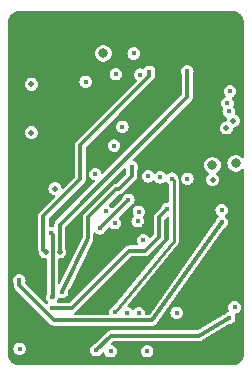
<source format=gbr>
%TF.GenerationSoftware,KiCad,Pcbnew,8.0.4*%
%TF.CreationDate,2024-09-10T15:11:46+03:00*%
%TF.ProjectId,micro17,6d696372-6f31-4372-9e6b-696361645f70,rev?*%
%TF.SameCoordinates,Original*%
%TF.FileFunction,Copper,L3,Inr*%
%TF.FilePolarity,Positive*%
%FSLAX46Y46*%
G04 Gerber Fmt 4.6, Leading zero omitted, Abs format (unit mm)*
G04 Created by KiCad (PCBNEW 8.0.4) date 2024-09-10 15:11:46*
%MOMM*%
%LPD*%
G01*
G04 APERTURE LIST*
%TA.AperFunction,ViaPad*%
%ADD10C,0.500000*%
%TD*%
%TA.AperFunction,ViaPad*%
%ADD11C,0.450000*%
%TD*%
%TA.AperFunction,ViaPad*%
%ADD12C,0.800000*%
%TD*%
%TA.AperFunction,Conductor*%
%ADD13C,0.300000*%
%TD*%
%TA.AperFunction,Conductor*%
%ADD14C,0.250000*%
%TD*%
G04 APERTURE END LIST*
D10*
%TO.N,GND*%
X185000000Y-51000000D03*
X185000000Y-53000000D03*
D11*
X182400000Y-79720108D03*
D10*
X180600000Y-61000000D03*
D11*
X188500000Y-57700000D03*
D10*
X199400000Y-52072500D03*
X181000000Y-51000000D03*
D11*
X192000000Y-57500000D03*
X197300000Y-72000000D03*
D10*
X180600000Y-63000000D03*
D11*
X194000000Y-61500000D03*
D10*
X181000000Y-55000000D03*
D11*
X186500000Y-79300000D03*
D10*
X180750000Y-70000000D03*
D11*
X199700000Y-58800000D03*
X199750000Y-68000000D03*
X192000000Y-59500000D03*
D10*
X199100000Y-79100000D03*
D11*
X191000000Y-71900000D03*
D10*
X185500000Y-55000000D03*
D11*
X182800000Y-65200000D03*
X199500000Y-66300000D03*
X194000000Y-57300000D03*
D10*
X188600000Y-69400000D03*
X181000000Y-74400000D03*
X180600000Y-59000000D03*
D11*
X197800000Y-78400000D03*
D10*
X180700000Y-68500000D03*
D12*
X184900000Y-60700000D03*
D11*
X196200000Y-78800000D03*
X189750000Y-79750000D03*
X189100000Y-64500000D03*
X186100000Y-68400000D03*
X182960000Y-60300000D03*
X187250000Y-79750000D03*
X196000000Y-59500000D03*
X185600000Y-59500000D03*
X196000000Y-61500000D03*
D10*
X198280000Y-53600000D03*
D11*
X190300000Y-55300000D03*
X191507567Y-68206053D03*
D10*
X197800000Y-65900000D03*
D11*
X192000000Y-61500000D03*
D10*
X183960000Y-61000000D03*
D11*
X199500000Y-76250000D03*
X198800000Y-54600000D03*
D10*
X182400000Y-76000000D03*
X183000000Y-73000000D03*
D11*
X199500000Y-65300000D03*
D10*
X181000000Y-53000000D03*
X182400000Y-70400000D03*
X183000000Y-53000000D03*
D11*
X193250000Y-79500000D03*
D10*
X180600000Y-57000000D03*
X197100000Y-72900000D03*
D11*
X194800000Y-65900000D03*
D10*
X183000000Y-51000000D03*
X180600000Y-65000000D03*
X186500000Y-55000000D03*
D11*
X196250000Y-75750000D03*
%TO.N,+3V3*%
X191200000Y-55400000D03*
X198820000Y-56800000D03*
D10*
X182000000Y-56200000D03*
X197350000Y-64290000D03*
D11*
X183650000Y-68800000D03*
D12*
X188100000Y-53600000D03*
D11*
X183750000Y-74250000D03*
%TO.N,VDDA*%
X195200000Y-64200000D03*
X187400000Y-63800000D03*
X191475000Y-69397760D03*
%TO.N,+5V*%
X198100000Y-66850000D03*
X189067678Y-67967678D03*
X194300000Y-75550000D03*
D10*
X182000000Y-60300000D03*
D11*
%TO.N,Net-(U4B-+)*%
X191000000Y-67800000D03*
X188301409Y-66976409D03*
%TO.N,/MCU/~{RST}*%
X190660000Y-53600000D03*
X189700000Y-59800000D03*
%TO.N,Net-(C16-Pad2)*%
X190200000Y-66000000D03*
X187800000Y-68400000D03*
%TO.N,Net-(U5A-P0A)*%
X183740793Y-75177619D03*
X193501316Y-66750000D03*
%TO.N,Net-(U5B-P1A)*%
X180975000Y-72800000D03*
X198100000Y-67900000D03*
D12*
%TO.N,USART3_RX*%
X197331041Y-63068959D03*
D11*
%TO.N,Net-(U5C-P2W)*%
X187500000Y-78725002D03*
X198750000Y-76000000D03*
%TO.N,I2C_SDA*%
X191974992Y-55147670D03*
D10*
X183200000Y-70400000D03*
D11*
%TO.N,PTT_OUT*%
X191900000Y-64000000D03*
%TO.N,AUDIO_OUT_MUTE*%
X189079841Y-75520159D03*
X193900000Y-64200000D03*
%TO.N,BASEBAND_IN_FILT*%
X189000000Y-61400000D03*
X191100000Y-67000000D03*
%TO.N,BASEBAND_OUT*%
X190500000Y-63200000D03*
X184600000Y-73800000D03*
%TO.N,I2C_SCL*%
X195200000Y-55100000D03*
D10*
X184400000Y-70400000D03*
D11*
%TO.N,AUDIO_OUT_FILT*%
X181000000Y-78597151D03*
X191800000Y-78800000D03*
%TO.N,BASEBAND_IN*%
X188700000Y-78800000D03*
%TO.N,BASEBAND_OUT_FILT*%
X191099724Y-75575719D03*
%TO.N,AUDIO_IN*%
X199200000Y-75100000D03*
X190101511Y-75575826D03*
%TO.N,PTT_IN*%
X186600000Y-56000000D03*
D10*
%TO.N,MCU_TX*%
X198500000Y-59900000D03*
%TO.N,MCU_RX*%
X199100000Y-59300000D03*
D11*
%TO.N,BASEBAND_BYPASS*%
X192906587Y-64093413D03*
D10*
%TO.N,+5VD*%
X184000000Y-65037501D03*
D11*
%TO.N,Net-(U1-VBAT)*%
X189150000Y-55350000D03*
%TO.N,USB_DP*%
X198600000Y-57800000D03*
%TO.N,USB_DN*%
X198700000Y-58500000D03*
D12*
%TO.N,Net-(R30-Pad2)*%
X199300000Y-62900000D03*
%TD*%
D13*
%TO.N,+3V3*%
X183750000Y-74250000D02*
X183800000Y-74200000D01*
X183800000Y-68950000D02*
X183650000Y-68800000D01*
X183800000Y-74200000D02*
X183800000Y-68950000D01*
%TO.N,Net-(C16-Pad2)*%
X190200000Y-66022182D02*
X190200000Y-66000000D01*
X187822182Y-68400000D02*
X190200000Y-66022182D01*
X187800000Y-68400000D02*
X187822182Y-68400000D01*
%TO.N,Net-(U5A-P0A)*%
X192800000Y-67451316D02*
X193501316Y-66750000D01*
X191650000Y-70300000D02*
X192800000Y-69150000D01*
X190300000Y-70300000D02*
X191650000Y-70300000D01*
X183740793Y-75177619D02*
X185422381Y-75177619D01*
X192800000Y-69150000D02*
X192800000Y-67451316D01*
X185422381Y-75177619D02*
X190300000Y-70300000D01*
%TO.N,Net-(U5B-P1A)*%
X180975000Y-73225000D02*
X183950000Y-76200000D01*
X192250000Y-76200000D02*
X198100000Y-67900000D01*
X180975000Y-72800000D02*
X180975000Y-73225000D01*
X183950000Y-76200000D02*
X192250000Y-76200000D01*
%TO.N,Net-(U5C-P2W)*%
X196200000Y-77500000D02*
X188725002Y-77500000D01*
X198750000Y-76000000D02*
X196200000Y-77500000D01*
X188725002Y-77500000D02*
X187500000Y-78725002D01*
%TO.N,I2C_SDA*%
X186150000Y-64236827D02*
X186150000Y-61350000D01*
X186150000Y-61350000D02*
X191974992Y-55525008D01*
X183000000Y-70200000D02*
X183000000Y-67386827D01*
X183000000Y-67386827D02*
X186150000Y-64236827D01*
X183200000Y-70400000D02*
X183000000Y-70200000D01*
X191974992Y-55525008D02*
X191974992Y-55147670D01*
D14*
%TO.N,AUDIO_OUT_MUTE*%
X194051316Y-64351316D02*
X194051316Y-69500000D01*
X194051316Y-69500000D02*
X189079841Y-75520159D01*
X193900000Y-64200000D02*
X194051316Y-64351316D01*
D13*
%TO.N,BASEBAND_OUT*%
X189425000Y-65075000D02*
X190500000Y-64000000D01*
X186800000Y-69250000D02*
X186800000Y-67477818D01*
X189202818Y-65075000D02*
X189425000Y-65075000D01*
X184600000Y-73800000D02*
X186800000Y-69250000D01*
X190500000Y-64000000D02*
X190500000Y-63200000D01*
X186800000Y-67477818D02*
X189202818Y-65075000D01*
%TO.N,I2C_SCL*%
X184400000Y-70400000D02*
X184400000Y-68100000D01*
X195200000Y-57300000D02*
X195200000Y-55100000D01*
X184400000Y-68100000D02*
X195200000Y-57300000D01*
%TD*%
%TA.AperFunction,Conductor*%
%TO.N,GND*%
G36*
X193566301Y-67428633D02*
G01*
X193613936Y-67476268D01*
X193625816Y-67525753D01*
X193625816Y-69307830D01*
X193604999Y-69371899D01*
X193600862Y-69377236D01*
X188972305Y-74982142D01*
X188929972Y-75013439D01*
X188814821Y-75061136D01*
X188705055Y-75145363D01*
X188705045Y-75145373D01*
X188620817Y-75255140D01*
X188567867Y-75382973D01*
X188567865Y-75382980D01*
X188549806Y-75520156D01*
X188549806Y-75520161D01*
X188563776Y-75626272D01*
X188551500Y-75692510D01*
X188502635Y-75738882D01*
X188455709Y-75749500D01*
X185739646Y-75749500D01*
X185675577Y-75728683D01*
X185635981Y-75674183D01*
X185635981Y-75606817D01*
X185675577Y-75552317D01*
X185685139Y-75546107D01*
X185698995Y-75538108D01*
X190454678Y-70782425D01*
X190514702Y-70751842D01*
X190531753Y-70750500D01*
X191709308Y-70750500D01*
X191709309Y-70750500D01*
X191799673Y-70726286D01*
X191823887Y-70719799D01*
X191926614Y-70660489D01*
X193160490Y-69426614D01*
X193219799Y-69323886D01*
X193226508Y-69298847D01*
X193250500Y-69209309D01*
X193250500Y-67683069D01*
X193271317Y-67619000D01*
X193282425Y-67605994D01*
X193439741Y-67448678D01*
X193499765Y-67418095D01*
X193566301Y-67428633D01*
G37*
%TD.AperFunction*%
%TA.AperFunction,Conductor*%
G36*
X189944140Y-63299476D02*
G01*
X189991775Y-63347111D01*
X189995356Y-63354880D01*
X190012755Y-63396886D01*
X190041203Y-63465566D01*
X190049500Y-63507278D01*
X190049500Y-63768246D01*
X190028683Y-63832315D01*
X190017575Y-63845321D01*
X189270322Y-64592575D01*
X189210298Y-64623158D01*
X189193247Y-64624500D01*
X189143509Y-64624500D01*
X189053144Y-64648713D01*
X189028931Y-64655200D01*
X188926206Y-64714508D01*
X186439510Y-67201205D01*
X186380202Y-67303927D01*
X186374573Y-67324937D01*
X186349500Y-67418507D01*
X186349500Y-69121833D01*
X186338631Y-69169281D01*
X184457631Y-73059530D01*
X184411000Y-73108148D01*
X184344698Y-73120072D01*
X184284050Y-73090748D01*
X184252221Y-73031376D01*
X184250500Y-73012082D01*
X184250500Y-71059858D01*
X184271317Y-70995789D01*
X184325817Y-70956193D01*
X184373727Y-70951791D01*
X184391855Y-70954177D01*
X184399999Y-70955250D01*
X184400000Y-70955250D01*
X184400003Y-70955250D01*
X184543704Y-70936331D01*
X184543706Y-70936330D01*
X184543709Y-70936330D01*
X184677625Y-70880861D01*
X184792621Y-70792621D01*
X184880861Y-70677625D01*
X184936330Y-70543709D01*
X184938178Y-70529677D01*
X184955250Y-70400002D01*
X184955250Y-70399997D01*
X184936331Y-70256295D01*
X184936329Y-70256288D01*
X184920083Y-70217067D01*
X184880861Y-70122375D01*
X184873023Y-70112160D01*
X184850537Y-70048657D01*
X184850500Y-70045807D01*
X184850500Y-68331752D01*
X184871317Y-68267683D01*
X184882419Y-68254683D01*
X189817582Y-63319519D01*
X189877604Y-63288938D01*
X189944140Y-63299476D01*
G37*
%TD.AperFunction*%
%TA.AperFunction,Conductor*%
G36*
X198975829Y-50000002D02*
G01*
X198976531Y-50000006D01*
X198999418Y-50000146D01*
X199000525Y-50000159D01*
X199024479Y-50000599D01*
X199024500Y-50000600D01*
X199046812Y-50001147D01*
X199051434Y-50001359D01*
X199093355Y-50004191D01*
X199102646Y-50005222D01*
X199144141Y-50011636D01*
X199148714Y-50012444D01*
X199192022Y-50021059D01*
X199197191Y-50022219D01*
X199284397Y-50044063D01*
X199294633Y-50047168D01*
X199376725Y-50076542D01*
X199386585Y-50080626D01*
X199465425Y-50117914D01*
X199474850Y-50122953D01*
X199549641Y-50167781D01*
X199558535Y-50173723D01*
X199628569Y-50225663D01*
X199636825Y-50232439D01*
X199701453Y-50291014D01*
X199708985Y-50298546D01*
X199767558Y-50363171D01*
X199774336Y-50371430D01*
X199826276Y-50441463D01*
X199832217Y-50450355D01*
X199877050Y-50525154D01*
X199882086Y-50534575D01*
X199919370Y-50613407D01*
X199923463Y-50623289D01*
X199952830Y-50705365D01*
X199955936Y-50715602D01*
X199977777Y-50802798D01*
X199978949Y-50808017D01*
X199987549Y-50851252D01*
X199988363Y-50855863D01*
X199994776Y-50897343D01*
X199995808Y-50906648D01*
X199998639Y-50948543D01*
X199998854Y-50953226D01*
X199999388Y-50975054D01*
X199999403Y-50975715D01*
X199999838Y-50999361D01*
X199999854Y-51000697D01*
X199999998Y-51024166D01*
X200000000Y-51024835D01*
X200000000Y-62342099D01*
X199979183Y-62406168D01*
X199924683Y-62445764D01*
X199857317Y-62445764D01*
X199818720Y-62423687D01*
X199726625Y-62342099D01*
X199700852Y-62319266D01*
X199700850Y-62319265D01*
X199700849Y-62319264D01*
X199550226Y-62240210D01*
X199385057Y-62199500D01*
X199385056Y-62199500D01*
X199214944Y-62199500D01*
X199214942Y-62199500D01*
X199049773Y-62240210D01*
X198899150Y-62319264D01*
X198899143Y-62319270D01*
X198771816Y-62432071D01*
X198771815Y-62432072D01*
X198675184Y-62572065D01*
X198675180Y-62572072D01*
X198614859Y-62731128D01*
X198614858Y-62731131D01*
X198594355Y-62899997D01*
X198594355Y-62900002D01*
X198614858Y-63068868D01*
X198614859Y-63068871D01*
X198675180Y-63227927D01*
X198675184Y-63227934D01*
X198771815Y-63367927D01*
X198771816Y-63367928D01*
X198771817Y-63367929D01*
X198899148Y-63480734D01*
X199049775Y-63559790D01*
X199214944Y-63600500D01*
X199214945Y-63600500D01*
X199385055Y-63600500D01*
X199385056Y-63600500D01*
X199550225Y-63559790D01*
X199700852Y-63480734D01*
X199818721Y-63376311D01*
X199880480Y-63349409D01*
X199946259Y-63363945D01*
X199990930Y-63414369D01*
X200000000Y-63457900D01*
X200000000Y-78975164D01*
X199999998Y-78975833D01*
X199999854Y-78999302D01*
X199999838Y-79000638D01*
X199999403Y-79024284D01*
X199999388Y-79024945D01*
X199998854Y-79046773D01*
X199998639Y-79051456D01*
X199995808Y-79093351D01*
X199994776Y-79102656D01*
X199988363Y-79144136D01*
X199987549Y-79148747D01*
X199978949Y-79191982D01*
X199977777Y-79197201D01*
X199955936Y-79284397D01*
X199952830Y-79294634D01*
X199923463Y-79376710D01*
X199919370Y-79386593D01*
X199882089Y-79465417D01*
X199877046Y-79474850D01*
X199832218Y-79549641D01*
X199826276Y-79558535D01*
X199774336Y-79628569D01*
X199767550Y-79636838D01*
X199709001Y-79701437D01*
X199701442Y-79708995D01*
X199636838Y-79767550D01*
X199628569Y-79774336D01*
X199558535Y-79826276D01*
X199549641Y-79832218D01*
X199474850Y-79877046D01*
X199465417Y-79882089D01*
X199386593Y-79919370D01*
X199376710Y-79923463D01*
X199294634Y-79952830D01*
X199284397Y-79955936D01*
X199197201Y-79977777D01*
X199191982Y-79978949D01*
X199148747Y-79987549D01*
X199144136Y-79988363D01*
X199102656Y-79994776D01*
X199093351Y-79995808D01*
X199051456Y-79998639D01*
X199046773Y-79998854D01*
X199024945Y-79999388D01*
X199024284Y-79999403D01*
X199000638Y-79999838D01*
X198999302Y-79999854D01*
X198976596Y-79999993D01*
X198975831Y-79999998D01*
X198975165Y-80000000D01*
X181024835Y-80000000D01*
X181024168Y-79999998D01*
X181023385Y-79999993D01*
X181000697Y-79999854D01*
X180999361Y-79999838D01*
X180975715Y-79999403D01*
X180975054Y-79999388D01*
X180953226Y-79998854D01*
X180948543Y-79998639D01*
X180906648Y-79995808D01*
X180897343Y-79994776D01*
X180855863Y-79988363D01*
X180851252Y-79987549D01*
X180840735Y-79985457D01*
X180808007Y-79978946D01*
X180802798Y-79977777D01*
X180715602Y-79955936D01*
X180705365Y-79952830D01*
X180623289Y-79923463D01*
X180613411Y-79919372D01*
X180534582Y-79882089D01*
X180525149Y-79877047D01*
X180450361Y-79832221D01*
X180441468Y-79826278D01*
X180371431Y-79774336D01*
X180363171Y-79767558D01*
X180298546Y-79708985D01*
X180291014Y-79701453D01*
X180232439Y-79636825D01*
X180225663Y-79628569D01*
X180173723Y-79558535D01*
X180167781Y-79549641D01*
X180122953Y-79474850D01*
X180117914Y-79465425D01*
X180080626Y-79386585D01*
X180076541Y-79376721D01*
X180047168Y-79294630D01*
X180044062Y-79284393D01*
X180037707Y-79259023D01*
X180022219Y-79197191D01*
X180021059Y-79192022D01*
X180012444Y-79148714D01*
X180011636Y-79144136D01*
X180009016Y-79127186D01*
X180005222Y-79102646D01*
X180004191Y-79093355D01*
X180001359Y-79051434D01*
X180001147Y-79046812D01*
X180000600Y-79024487D01*
X180000159Y-79000525D01*
X180000146Y-78999418D01*
X180000002Y-78975828D01*
X180000000Y-78975164D01*
X180000000Y-78597148D01*
X180469965Y-78597148D01*
X180469965Y-78597153D01*
X180488024Y-78734329D01*
X180488026Y-78734336D01*
X180540974Y-78862165D01*
X180540976Y-78862169D01*
X180598538Y-78937185D01*
X180625209Y-78971942D01*
X180734982Y-79056175D01*
X180798899Y-79082650D01*
X180862814Y-79109124D01*
X180862821Y-79109126D01*
X180999997Y-79127186D01*
X181000000Y-79127186D01*
X181000003Y-79127186D01*
X181137178Y-79109126D01*
X181137180Y-79109125D01*
X181137183Y-79109125D01*
X181265018Y-79056175D01*
X181374791Y-78971942D01*
X181459024Y-78862169D01*
X181511974Y-78734334D01*
X181513203Y-78725004D01*
X181513204Y-78724999D01*
X186969965Y-78724999D01*
X186969965Y-78725004D01*
X186988024Y-78862180D01*
X186988026Y-78862187D01*
X187040974Y-78990016D01*
X187040976Y-78990020D01*
X187120265Y-79093351D01*
X187125209Y-79099793D01*
X187125213Y-79099796D01*
X187125214Y-79099797D01*
X187137372Y-79109126D01*
X187234982Y-79184026D01*
X187266766Y-79197191D01*
X187362814Y-79236975D01*
X187362821Y-79236977D01*
X187499997Y-79255037D01*
X187500000Y-79255037D01*
X187500003Y-79255037D01*
X187637178Y-79236977D01*
X187637180Y-79236976D01*
X187637183Y-79236976D01*
X187765018Y-79184026D01*
X187874791Y-79099793D01*
X187959024Y-78990020D01*
X187983791Y-78930225D01*
X188027539Y-78879001D01*
X188093043Y-78863274D01*
X188155281Y-78889052D01*
X188182295Y-78931824D01*
X188185292Y-78930583D01*
X188240974Y-79065014D01*
X188240976Y-79065018D01*
X188267655Y-79099787D01*
X188325209Y-79174791D01*
X188325213Y-79174794D01*
X188325214Y-79174795D01*
X188354401Y-79197191D01*
X188434982Y-79259024D01*
X188496229Y-79284393D01*
X188562814Y-79311973D01*
X188562821Y-79311975D01*
X188699997Y-79330035D01*
X188700000Y-79330035D01*
X188700003Y-79330035D01*
X188837178Y-79311975D01*
X188837180Y-79311974D01*
X188837183Y-79311974D01*
X188965018Y-79259024D01*
X189074791Y-79174791D01*
X189159024Y-79065018D01*
X189211974Y-78937183D01*
X189230035Y-78800000D01*
X189230035Y-78799997D01*
X191269965Y-78799997D01*
X191269965Y-78800002D01*
X191288024Y-78937178D01*
X191288026Y-78937185D01*
X191340974Y-79065014D01*
X191340976Y-79065018D01*
X191367655Y-79099787D01*
X191425209Y-79174791D01*
X191425213Y-79174794D01*
X191425214Y-79174795D01*
X191454401Y-79197191D01*
X191534982Y-79259024D01*
X191596229Y-79284393D01*
X191662814Y-79311973D01*
X191662821Y-79311975D01*
X191799997Y-79330035D01*
X191800000Y-79330035D01*
X191800003Y-79330035D01*
X191937178Y-79311975D01*
X191937180Y-79311974D01*
X191937183Y-79311974D01*
X192065018Y-79259024D01*
X192174791Y-79174791D01*
X192259024Y-79065018D01*
X192311974Y-78937183D01*
X192330035Y-78800000D01*
X192321389Y-78734329D01*
X192311975Y-78662821D01*
X192311973Y-78662814D01*
X192259023Y-78534981D01*
X192174795Y-78425214D01*
X192174794Y-78425213D01*
X192174791Y-78425209D01*
X192174786Y-78425205D01*
X192174785Y-78425204D01*
X192065018Y-78340976D01*
X192065014Y-78340974D01*
X191937185Y-78288026D01*
X191937178Y-78288024D01*
X191800003Y-78269965D01*
X191799997Y-78269965D01*
X191662821Y-78288024D01*
X191662814Y-78288026D01*
X191534981Y-78340976D01*
X191425214Y-78425204D01*
X191425204Y-78425214D01*
X191340976Y-78534981D01*
X191288026Y-78662814D01*
X191288024Y-78662821D01*
X191269965Y-78799997D01*
X189230035Y-78799997D01*
X189221389Y-78734329D01*
X189211975Y-78662821D01*
X189211973Y-78662814D01*
X189159023Y-78534981D01*
X189074795Y-78425214D01*
X189074794Y-78425213D01*
X189074791Y-78425209D01*
X189074786Y-78425205D01*
X189074785Y-78425204D01*
X188965018Y-78340976D01*
X188965014Y-78340974D01*
X188837185Y-78288026D01*
X188837177Y-78288024D01*
X188823827Y-78286267D01*
X188763023Y-78257266D01*
X188730879Y-78198064D01*
X188739672Y-78131274D01*
X188760980Y-78101125D01*
X188879681Y-77982425D01*
X188939704Y-77951842D01*
X188956755Y-77950500D01*
X196133878Y-77950500D01*
X196141799Y-77950986D01*
X196144350Y-77950965D01*
X196144353Y-77950966D01*
X196201258Y-77950503D01*
X196202143Y-77950500D01*
X196259412Y-77950500D01*
X196260748Y-77950313D01*
X196261633Y-77950193D01*
X196262874Y-77950029D01*
X196262968Y-77950003D01*
X196318073Y-77934755D01*
X196318541Y-77934627D01*
X196373886Y-77919799D01*
X196373892Y-77919795D01*
X196373987Y-77919770D01*
X196375144Y-77919281D01*
X196375948Y-77918944D01*
X196377199Y-77918425D01*
X196377286Y-77918373D01*
X196377292Y-77918372D01*
X196426722Y-77889294D01*
X196427101Y-77889074D01*
X196476613Y-77860489D01*
X196476612Y-77860489D01*
X196478827Y-77859211D01*
X196485408Y-77854773D01*
X198714768Y-76543385D01*
X198755798Y-76529271D01*
X198887183Y-76511974D01*
X199015018Y-76459024D01*
X199124791Y-76374791D01*
X199209024Y-76265018D01*
X199261974Y-76137183D01*
X199280035Y-76000000D01*
X199270134Y-75924795D01*
X199261975Y-75862821D01*
X199261974Y-75862817D01*
X199242175Y-75815018D01*
X199221693Y-75765570D01*
X199216409Y-75698416D01*
X199251607Y-75640977D01*
X199308167Y-75615794D01*
X199337183Y-75611974D01*
X199465018Y-75559024D01*
X199574791Y-75474791D01*
X199659024Y-75365018D01*
X199711974Y-75237183D01*
X199716733Y-75201040D01*
X199730035Y-75100002D01*
X199730035Y-75099997D01*
X199711975Y-74962821D01*
X199711973Y-74962814D01*
X199661933Y-74842007D01*
X199659024Y-74834983D01*
X199659023Y-74834982D01*
X199659023Y-74834981D01*
X199574795Y-74725214D01*
X199574794Y-74725213D01*
X199574791Y-74725209D01*
X199574786Y-74725205D01*
X199574785Y-74725204D01*
X199465018Y-74640976D01*
X199465014Y-74640974D01*
X199337185Y-74588026D01*
X199337178Y-74588024D01*
X199200003Y-74569965D01*
X199199997Y-74569965D01*
X199062821Y-74588024D01*
X199062814Y-74588026D01*
X198934981Y-74640976D01*
X198825214Y-74725204D01*
X198825204Y-74725214D01*
X198740976Y-74834981D01*
X198688026Y-74962814D01*
X198688024Y-74962821D01*
X198669965Y-75099997D01*
X198669965Y-75100002D01*
X198688024Y-75237178D01*
X198688026Y-75237185D01*
X198728304Y-75334426D01*
X198733589Y-75401585D01*
X198698390Y-75459023D01*
X198641831Y-75484205D01*
X198612821Y-75488025D01*
X198612814Y-75488026D01*
X198484981Y-75540976D01*
X198375214Y-75625204D01*
X198375204Y-75625214D01*
X198286627Y-75740650D01*
X198284590Y-75739086D01*
X198255397Y-75768280D01*
X196102907Y-77034451D01*
X196047642Y-77049500D01*
X188665689Y-77049500D01*
X188551119Y-77080199D01*
X188551116Y-77080201D01*
X188507698Y-77105268D01*
X188507696Y-77105268D01*
X188448389Y-77139510D01*
X187398723Y-78189174D01*
X187363361Y-78212802D01*
X187234980Y-78265979D01*
X187125214Y-78350206D01*
X187125204Y-78350216D01*
X187040976Y-78459983D01*
X186988026Y-78587816D01*
X186988024Y-78587823D01*
X186969965Y-78724999D01*
X181513204Y-78724999D01*
X181530035Y-78597153D01*
X181530035Y-78597148D01*
X181511975Y-78459972D01*
X181511973Y-78459965D01*
X181466512Y-78350211D01*
X181459024Y-78332134D01*
X181459023Y-78332133D01*
X181459023Y-78332132D01*
X181374795Y-78222365D01*
X181374794Y-78222364D01*
X181374791Y-78222360D01*
X181374786Y-78222356D01*
X181374785Y-78222355D01*
X181265018Y-78138127D01*
X181265014Y-78138125D01*
X181137185Y-78085177D01*
X181137178Y-78085175D01*
X181000003Y-78067116D01*
X180999997Y-78067116D01*
X180862821Y-78085175D01*
X180862814Y-78085177D01*
X180734981Y-78138127D01*
X180625214Y-78222355D01*
X180625204Y-78222365D01*
X180540976Y-78332132D01*
X180488026Y-78459965D01*
X180488024Y-78459972D01*
X180469965Y-78597148D01*
X180000000Y-78597148D01*
X180000000Y-72799997D01*
X180444965Y-72799997D01*
X180444965Y-72800002D01*
X180463024Y-72937178D01*
X180463026Y-72937185D01*
X180516203Y-73065566D01*
X180524500Y-73107278D01*
X180524500Y-73284310D01*
X180539684Y-73340975D01*
X180539684Y-73340976D01*
X180555201Y-73398887D01*
X180555200Y-73398887D01*
X180606563Y-73487848D01*
X180614511Y-73501614D01*
X183673386Y-76560489D01*
X183732696Y-76594731D01*
X183754405Y-76607265D01*
X183776113Y-76619799D01*
X183890687Y-76650499D01*
X183890691Y-76650500D01*
X192224719Y-76650500D01*
X192234555Y-76650945D01*
X192268417Y-76654013D01*
X192268417Y-76654012D01*
X192268418Y-76654013D01*
X192275539Y-76652779D01*
X192279479Y-76652098D01*
X192298075Y-76650500D01*
X192309308Y-76650500D01*
X192309309Y-76650500D01*
X192342190Y-76641688D01*
X192351771Y-76639580D01*
X192385298Y-76633776D01*
X192395490Y-76629061D01*
X192413030Y-76622707D01*
X192423886Y-76619799D01*
X192453366Y-76602776D01*
X192462062Y-76598267D01*
X192492958Y-76583978D01*
X192501583Y-76576784D01*
X192516888Y-76566102D01*
X192526613Y-76560489D01*
X192550671Y-76536430D01*
X192557917Y-76529810D01*
X192584060Y-76508012D01*
X192590529Y-76498832D01*
X192602549Y-76484552D01*
X192610489Y-76476613D01*
X192627509Y-76447131D01*
X192632787Y-76438876D01*
X193259286Y-75549997D01*
X193769965Y-75549997D01*
X193769965Y-75550002D01*
X193788024Y-75687178D01*
X193788026Y-75687185D01*
X193840974Y-75815014D01*
X193840976Y-75815018D01*
X193925209Y-75924791D01*
X194034982Y-76009024D01*
X194098899Y-76035499D01*
X194162814Y-76061973D01*
X194162821Y-76061975D01*
X194299997Y-76080035D01*
X194300000Y-76080035D01*
X194300003Y-76080035D01*
X194437178Y-76061975D01*
X194437180Y-76061974D01*
X194437183Y-76061974D01*
X194565018Y-76009024D01*
X194674791Y-75924791D01*
X194759024Y-75815018D01*
X194811974Y-75687183D01*
X194818058Y-75640977D01*
X194830035Y-75550002D01*
X194830035Y-75549997D01*
X194811975Y-75412821D01*
X194811973Y-75412814D01*
X194759023Y-75284981D01*
X194674795Y-75175214D01*
X194674794Y-75175213D01*
X194674791Y-75175209D01*
X194674786Y-75175205D01*
X194674785Y-75175204D01*
X194565018Y-75090976D01*
X194565014Y-75090974D01*
X194437185Y-75038026D01*
X194437178Y-75038024D01*
X194300003Y-75019965D01*
X194299997Y-75019965D01*
X194162821Y-75038024D01*
X194162814Y-75038026D01*
X194034981Y-75090976D01*
X193925214Y-75175204D01*
X193925204Y-75175214D01*
X193840976Y-75284981D01*
X193788026Y-75412814D01*
X193788024Y-75412821D01*
X193769965Y-75549997D01*
X193259286Y-75549997D01*
X198294007Y-68406717D01*
X198341391Y-68368810D01*
X198365016Y-68359025D01*
X198365016Y-68359024D01*
X198365018Y-68359024D01*
X198474791Y-68274791D01*
X198559024Y-68165018D01*
X198611974Y-68037183D01*
X198613551Y-68025209D01*
X198630035Y-67900002D01*
X198630035Y-67899997D01*
X198611975Y-67762821D01*
X198611973Y-67762814D01*
X198559023Y-67634981D01*
X198474795Y-67525214D01*
X198474794Y-67525213D01*
X198474791Y-67525209D01*
X198474786Y-67525205D01*
X198474785Y-67525204D01*
X198391732Y-67461475D01*
X198353576Y-67405957D01*
X198355339Y-67338615D01*
X198391732Y-67288525D01*
X198474791Y-67224791D01*
X198559024Y-67115018D01*
X198611974Y-66987183D01*
X198630035Y-66850000D01*
X198622330Y-66791474D01*
X198611975Y-66712821D01*
X198611973Y-66712814D01*
X198565914Y-66601618D01*
X198559024Y-66584983D01*
X198559023Y-66584982D01*
X198559023Y-66584981D01*
X198474795Y-66475214D01*
X198474794Y-66475213D01*
X198474791Y-66475209D01*
X198474786Y-66475205D01*
X198474785Y-66475204D01*
X198365018Y-66390976D01*
X198365014Y-66390974D01*
X198237185Y-66338026D01*
X198237178Y-66338024D01*
X198100003Y-66319965D01*
X198099997Y-66319965D01*
X197962821Y-66338024D01*
X197962814Y-66338026D01*
X197834981Y-66390976D01*
X197725214Y-66475204D01*
X197725204Y-66475214D01*
X197640976Y-66584981D01*
X197588026Y-66712814D01*
X197588024Y-66712821D01*
X197569965Y-66849997D01*
X197569965Y-66850002D01*
X197588024Y-66987178D01*
X197588026Y-66987185D01*
X197640974Y-67115014D01*
X197640976Y-67115018D01*
X197716116Y-67212942D01*
X197725209Y-67224791D01*
X197808267Y-67288525D01*
X197846423Y-67344041D01*
X197844660Y-67411384D01*
X197808268Y-67461474D01*
X197725211Y-67525207D01*
X197725204Y-67525214D01*
X197640976Y-67634981D01*
X197588026Y-67762814D01*
X197588024Y-67762821D01*
X197578319Y-67836534D01*
X197559346Y-67885100D01*
X192048934Y-75703295D01*
X191995009Y-75743671D01*
X191959840Y-75749500D01*
X191731171Y-75749500D01*
X191667102Y-75728683D01*
X191627506Y-75674183D01*
X191623103Y-75626273D01*
X191623103Y-75626272D01*
X191629759Y-75575719D01*
X191616471Y-75474791D01*
X191611699Y-75438540D01*
X191611697Y-75438533D01*
X191558747Y-75310700D01*
X191474519Y-75200933D01*
X191474518Y-75200932D01*
X191474515Y-75200928D01*
X191474510Y-75200924D01*
X191474509Y-75200923D01*
X191364742Y-75116695D01*
X191364738Y-75116693D01*
X191236909Y-75063745D01*
X191236902Y-75063743D01*
X191099727Y-75045684D01*
X191099721Y-75045684D01*
X190962545Y-75063743D01*
X190962538Y-75063745D01*
X190834705Y-75116695D01*
X190724938Y-75200923D01*
X190724931Y-75200930D01*
X190687051Y-75250296D01*
X190631532Y-75288452D01*
X190564190Y-75286687D01*
X190514101Y-75250295D01*
X190476306Y-75201040D01*
X190476305Y-75201039D01*
X190476302Y-75201035D01*
X190476297Y-75201031D01*
X190476296Y-75201030D01*
X190366529Y-75116802D01*
X190366525Y-75116800D01*
X190238696Y-75063852D01*
X190238691Y-75063851D01*
X190226220Y-75062209D01*
X190165418Y-75033205D01*
X190133276Y-74974001D01*
X190142072Y-74907212D01*
X190156401Y-74884742D01*
X194363217Y-69790540D01*
X194370159Y-69782903D01*
X194391801Y-69761263D01*
X194397482Y-69751420D01*
X194407839Y-69736507D01*
X194408994Y-69735107D01*
X194415076Y-69727744D01*
X194427783Y-69699925D01*
X194432530Y-69690717D01*
X194447819Y-69664237D01*
X194450762Y-69653250D01*
X194456898Y-69636184D01*
X194461626Y-69625836D01*
X194466703Y-69595650D01*
X194468899Y-69585560D01*
X194476816Y-69556018D01*
X194476816Y-69544648D01*
X194478327Y-69526561D01*
X194480213Y-69515351D01*
X194477309Y-69484916D01*
X194476816Y-69474562D01*
X194476816Y-64375257D01*
X194497633Y-64311188D01*
X194527097Y-64289781D01*
X194514448Y-64288116D01*
X194499775Y-64274192D01*
X194623078Y-64274192D01*
X194673999Y-64311188D01*
X194686519Y-64333545D01*
X194740974Y-64465014D01*
X194740976Y-64465018D01*
X194808056Y-64552438D01*
X194825209Y-64574791D01*
X194934982Y-64659024D01*
X194973031Y-64674784D01*
X195062814Y-64711973D01*
X195062821Y-64711975D01*
X195199997Y-64730035D01*
X195200000Y-64730035D01*
X195200003Y-64730035D01*
X195337178Y-64711975D01*
X195337180Y-64711974D01*
X195337183Y-64711974D01*
X195465018Y-64659024D01*
X195574791Y-64574791D01*
X195659024Y-64465018D01*
X195711974Y-64337183D01*
X195715397Y-64311188D01*
X195730035Y-64200002D01*
X195730035Y-64199997D01*
X195711975Y-64062821D01*
X195711973Y-64062814D01*
X195678155Y-63981170D01*
X195659024Y-63934983D01*
X195659023Y-63934982D01*
X195659023Y-63934981D01*
X195574795Y-63825214D01*
X195574794Y-63825213D01*
X195574791Y-63825209D01*
X195574786Y-63825205D01*
X195574785Y-63825204D01*
X195465018Y-63740976D01*
X195465014Y-63740974D01*
X195337185Y-63688026D01*
X195337178Y-63688024D01*
X195200003Y-63669965D01*
X195199997Y-63669965D01*
X195062821Y-63688024D01*
X195062814Y-63688026D01*
X194934981Y-63740976D01*
X194825214Y-63825204D01*
X194825204Y-63825214D01*
X194740976Y-63934981D01*
X194688026Y-64062814D01*
X194688024Y-64062822D01*
X194669442Y-64203963D01*
X194640440Y-64264766D01*
X194623078Y-64274192D01*
X194499775Y-64274192D01*
X194465583Y-64241744D01*
X194456091Y-64217952D01*
X194447819Y-64187079D01*
X194433417Y-64162134D01*
X194419748Y-64121868D01*
X194411974Y-64062817D01*
X194410521Y-64059310D01*
X194378155Y-63981170D01*
X194359024Y-63934983D01*
X194359023Y-63934982D01*
X194359023Y-63934981D01*
X194274795Y-63825214D01*
X194274794Y-63825213D01*
X194274791Y-63825209D01*
X194274786Y-63825205D01*
X194274785Y-63825204D01*
X194165018Y-63740976D01*
X194165014Y-63740974D01*
X194037185Y-63688026D01*
X194037178Y-63688024D01*
X193900003Y-63669965D01*
X193899997Y-63669965D01*
X193762821Y-63688024D01*
X193762814Y-63688026D01*
X193634981Y-63740976D01*
X193525207Y-63825209D01*
X193521402Y-63829015D01*
X193461377Y-63859595D01*
X193394842Y-63849053D01*
X193357857Y-63818291D01*
X193350834Y-63809139D01*
X193281378Y-63718622D01*
X193281373Y-63718618D01*
X193281372Y-63718617D01*
X193171605Y-63634389D01*
X193171601Y-63634387D01*
X193043772Y-63581439D01*
X193043765Y-63581437D01*
X192906590Y-63563378D01*
X192906584Y-63563378D01*
X192769408Y-63581437D01*
X192769401Y-63581439D01*
X192641568Y-63634389D01*
X192531801Y-63718617D01*
X192531791Y-63718627D01*
X192525606Y-63726688D01*
X192470087Y-63764843D01*
X192402744Y-63763077D01*
X192352658Y-63726686D01*
X192281835Y-63634389D01*
X192274791Y-63625209D01*
X192274786Y-63625205D01*
X192274785Y-63625204D01*
X192165018Y-63540976D01*
X192165014Y-63540974D01*
X192037185Y-63488026D01*
X192037178Y-63488024D01*
X191900003Y-63469965D01*
X191899997Y-63469965D01*
X191762821Y-63488024D01*
X191762814Y-63488026D01*
X191634981Y-63540976D01*
X191525214Y-63625204D01*
X191525204Y-63625214D01*
X191440976Y-63734981D01*
X191388026Y-63862814D01*
X191388024Y-63862821D01*
X191369965Y-63999997D01*
X191369965Y-64000002D01*
X191388024Y-64137178D01*
X191388026Y-64137185D01*
X191440974Y-64265014D01*
X191440976Y-64265018D01*
X191517110Y-64364237D01*
X191525209Y-64374791D01*
X191634982Y-64459024D01*
X191691058Y-64482251D01*
X191762814Y-64511973D01*
X191762821Y-64511975D01*
X191899997Y-64530035D01*
X191900000Y-64530035D01*
X191900003Y-64530035D01*
X192037178Y-64511975D01*
X192037180Y-64511974D01*
X192037183Y-64511974D01*
X192165018Y-64459024D01*
X192274791Y-64374791D01*
X192280979Y-64366727D01*
X192336497Y-64328571D01*
X192403839Y-64330334D01*
X192453929Y-64366727D01*
X192528881Y-64464406D01*
X192531796Y-64468204D01*
X192641569Y-64552437D01*
X192678237Y-64567625D01*
X192769401Y-64605386D01*
X192769408Y-64605388D01*
X192906584Y-64623448D01*
X192906587Y-64623448D01*
X192906590Y-64623448D01*
X193043765Y-64605388D01*
X193043767Y-64605387D01*
X193043770Y-64605387D01*
X193171605Y-64552437D01*
X193281378Y-64468204D01*
X193281384Y-64468195D01*
X193285175Y-64464406D01*
X193345197Y-64433819D01*
X193411733Y-64444353D01*
X193448727Y-64475119D01*
X193525209Y-64574791D01*
X193583172Y-64619268D01*
X193621327Y-64674784D01*
X193625816Y-64705742D01*
X193625816Y-66112065D01*
X193604999Y-66176134D01*
X193550499Y-66215730D01*
X193508460Y-66219593D01*
X193508460Y-66219965D01*
X193504418Y-66219965D01*
X193502591Y-66220132D01*
X193501316Y-66219965D01*
X193501314Y-66219965D01*
X193501313Y-66219965D01*
X193364137Y-66238024D01*
X193364130Y-66238026D01*
X193236297Y-66290976D01*
X193126530Y-66375204D01*
X193126520Y-66375214D01*
X193042292Y-66484981D01*
X192989117Y-66613359D01*
X192965489Y-66648721D01*
X192439513Y-67174699D01*
X192439511Y-67174702D01*
X192380201Y-67277426D01*
X192380202Y-67277426D01*
X192380201Y-67277427D01*
X192380201Y-67277429D01*
X192380201Y-67277430D01*
X192377228Y-67288525D01*
X192349500Y-67392005D01*
X192349500Y-68918246D01*
X192328683Y-68982315D01*
X192317574Y-68995321D01*
X192121463Y-69191431D01*
X192061440Y-69222014D01*
X191994904Y-69211476D01*
X191947269Y-69163841D01*
X191943686Y-69156069D01*
X191939847Y-69146802D01*
X191934024Y-69132743D01*
X191925652Y-69121833D01*
X191849795Y-69022974D01*
X191849794Y-69022973D01*
X191849791Y-69022969D01*
X191849786Y-69022965D01*
X191849785Y-69022964D01*
X191740018Y-68938736D01*
X191740014Y-68938734D01*
X191612185Y-68885786D01*
X191612178Y-68885784D01*
X191475003Y-68867725D01*
X191474997Y-68867725D01*
X191337821Y-68885784D01*
X191337814Y-68885786D01*
X191209981Y-68938736D01*
X191100214Y-69022964D01*
X191100204Y-69022974D01*
X191015976Y-69132741D01*
X190963026Y-69260574D01*
X190963024Y-69260581D01*
X190944965Y-69397757D01*
X190944965Y-69397762D01*
X190963024Y-69534938D01*
X190963026Y-69534945D01*
X191015974Y-69662774D01*
X191015974Y-69662775D01*
X191015975Y-69662777D01*
X191015976Y-69662778D01*
X191024699Y-69674145D01*
X191047187Y-69737644D01*
X191028055Y-69802236D01*
X190974611Y-69843247D01*
X190938224Y-69849500D01*
X190240691Y-69849500D01*
X190150326Y-69873713D01*
X190126114Y-69880200D01*
X190126112Y-69880201D01*
X190023387Y-69939510D01*
X185267703Y-74695194D01*
X185207679Y-74725777D01*
X185190628Y-74727119D01*
X184267302Y-74727119D01*
X184203233Y-74706302D01*
X184163637Y-74651802D01*
X184163637Y-74584436D01*
X184180824Y-74551767D01*
X184209024Y-74515018D01*
X184261974Y-74387183D01*
X184263207Y-74377812D01*
X184292206Y-74317009D01*
X184351407Y-74284863D01*
X184412987Y-74291334D01*
X184462814Y-74311973D01*
X184462821Y-74311975D01*
X184599997Y-74330035D01*
X184600000Y-74330035D01*
X184600003Y-74330035D01*
X184737178Y-74311975D01*
X184737180Y-74311974D01*
X184737183Y-74311974D01*
X184865018Y-74259024D01*
X184974791Y-74174791D01*
X185059024Y-74065018D01*
X185111974Y-73937183D01*
X185115723Y-73908713D01*
X185130035Y-73800002D01*
X185130035Y-73799998D01*
X185127948Y-73784148D01*
X185137884Y-73722471D01*
X185322343Y-73340976D01*
X187196676Y-69464514D01*
X187200379Y-69457519D01*
X187219799Y-69423886D01*
X187221452Y-69417715D01*
X187228607Y-69398474D01*
X187231396Y-69392709D01*
X187238676Y-69354556D01*
X187240451Y-69346807D01*
X187250500Y-69309309D01*
X187250500Y-69302912D01*
X187252432Y-69282479D01*
X187253632Y-69276192D01*
X187252486Y-69260577D01*
X187250792Y-69237480D01*
X187250500Y-69229504D01*
X187250500Y-68861761D01*
X187271317Y-68797692D01*
X187325817Y-68758096D01*
X187393183Y-68758096D01*
X187425849Y-68775282D01*
X187534982Y-68859024D01*
X187598899Y-68885499D01*
X187662814Y-68911973D01*
X187662821Y-68911975D01*
X187799997Y-68930035D01*
X187800000Y-68930035D01*
X187800003Y-68930035D01*
X187937178Y-68911975D01*
X187937180Y-68911974D01*
X187937183Y-68911974D01*
X188065018Y-68859024D01*
X188174791Y-68774791D01*
X188259024Y-68665018D01*
X188296516Y-68574500D01*
X188320138Y-68539145D01*
X188528556Y-68330727D01*
X188588578Y-68300146D01*
X188655114Y-68310684D01*
X188687569Y-68337677D01*
X188687832Y-68337415D01*
X188690696Y-68340278D01*
X188692106Y-68341452D01*
X188692887Y-68342469D01*
X188802660Y-68426702D01*
X188866577Y-68453177D01*
X188930492Y-68479651D01*
X188930499Y-68479653D01*
X189067675Y-68497713D01*
X189067678Y-68497713D01*
X189067681Y-68497713D01*
X189204856Y-68479653D01*
X189204858Y-68479652D01*
X189204861Y-68479652D01*
X189332696Y-68426702D01*
X189442469Y-68342469D01*
X189526702Y-68232696D01*
X189579652Y-68104861D01*
X189587244Y-68047201D01*
X189597713Y-67967680D01*
X189597713Y-67967675D01*
X189579653Y-67830499D01*
X189579651Y-67830492D01*
X189567020Y-67799997D01*
X190469965Y-67799997D01*
X190469965Y-67800002D01*
X190488024Y-67937178D01*
X190488026Y-67937185D01*
X190540974Y-68065014D01*
X190540976Y-68065018D01*
X190623020Y-68171939D01*
X190625209Y-68174791D01*
X190734982Y-68259024D01*
X190773033Y-68274785D01*
X190862814Y-68311973D01*
X190862821Y-68311975D01*
X190999997Y-68330035D01*
X191000000Y-68330035D01*
X191000003Y-68330035D01*
X191137178Y-68311975D01*
X191137180Y-68311974D01*
X191137183Y-68311974D01*
X191265018Y-68259024D01*
X191374791Y-68174791D01*
X191459024Y-68065018D01*
X191511974Y-67937183D01*
X191513432Y-67926113D01*
X191530035Y-67800002D01*
X191530035Y-67799997D01*
X191511975Y-67662821D01*
X191511973Y-67662814D01*
X191459023Y-67534981D01*
X191453856Y-67528247D01*
X191431367Y-67464746D01*
X191450499Y-67400154D01*
X191469758Y-67379861D01*
X191469739Y-67379842D01*
X191470481Y-67379099D01*
X191473980Y-67375413D01*
X191474791Y-67374791D01*
X191559024Y-67265018D01*
X191611974Y-67137183D01*
X191630035Y-67000000D01*
X191611974Y-66862817D01*
X191559024Y-66734983D01*
X191559023Y-66734982D01*
X191559023Y-66734981D01*
X191474795Y-66625214D01*
X191474794Y-66625213D01*
X191474791Y-66625209D01*
X191474786Y-66625205D01*
X191474785Y-66625204D01*
X191365018Y-66540976D01*
X191365014Y-66540974D01*
X191237185Y-66488026D01*
X191237178Y-66488024D01*
X191100003Y-66469965D01*
X191099997Y-66469965D01*
X190962821Y-66488024D01*
X190962814Y-66488026D01*
X190834981Y-66540976D01*
X190725214Y-66625204D01*
X190725204Y-66625214D01*
X190640976Y-66734981D01*
X190588026Y-66862814D01*
X190588024Y-66862821D01*
X190569965Y-66999997D01*
X190569965Y-67000002D01*
X190588024Y-67137178D01*
X190588026Y-67137185D01*
X190640976Y-67265019D01*
X190646144Y-67271754D01*
X190668631Y-67335256D01*
X190649497Y-67399847D01*
X190630242Y-67420139D01*
X190630261Y-67420158D01*
X190629557Y-67420861D01*
X190626033Y-67424576D01*
X190625215Y-67425203D01*
X190625204Y-67425214D01*
X190540976Y-67534981D01*
X190488026Y-67662814D01*
X190488024Y-67662821D01*
X190469965Y-67799997D01*
X189567020Y-67799997D01*
X189526701Y-67702659D01*
X189442471Y-67592889D01*
X189442469Y-67592888D01*
X189442469Y-67592887D01*
X189441452Y-67592107D01*
X189440931Y-67591348D01*
X189437415Y-67587832D01*
X189438066Y-67587180D01*
X189403295Y-67536593D01*
X189405054Y-67469250D01*
X189430727Y-67428556D01*
X190339145Y-66520138D01*
X190374500Y-66496516D01*
X190465018Y-66459024D01*
X190574791Y-66374791D01*
X190659024Y-66265018D01*
X190711974Y-66137183D01*
X190730035Y-66000000D01*
X190730035Y-65999997D01*
X190711975Y-65862821D01*
X190711973Y-65862814D01*
X190659023Y-65734981D01*
X190574795Y-65625214D01*
X190574794Y-65625213D01*
X190574791Y-65625209D01*
X190574786Y-65625205D01*
X190574785Y-65625204D01*
X190465018Y-65540976D01*
X190465014Y-65540974D01*
X190337185Y-65488026D01*
X190337178Y-65488024D01*
X190200003Y-65469965D01*
X190199997Y-65469965D01*
X190062821Y-65488024D01*
X190062814Y-65488026D01*
X189934981Y-65540976D01*
X189825214Y-65625204D01*
X189825204Y-65625214D01*
X189740976Y-65734981D01*
X189688026Y-65862814D01*
X189688025Y-65862819D01*
X189687664Y-65865564D01*
X189686810Y-65867352D01*
X189686177Y-65869718D01*
X189685738Y-65869600D01*
X189658658Y-65926366D01*
X189656672Y-65928405D01*
X188897491Y-66687586D01*
X188837467Y-66718169D01*
X188770931Y-66707631D01*
X188733941Y-66676867D01*
X188724469Y-66664523D01*
X188676200Y-66601618D01*
X188569469Y-66519719D01*
X188531313Y-66464201D01*
X188533077Y-66396858D01*
X188558751Y-66356169D01*
X189357498Y-65557425D01*
X189417521Y-65526842D01*
X189434572Y-65525500D01*
X189484308Y-65525500D01*
X189484309Y-65525500D01*
X189574673Y-65501286D01*
X189598887Y-65494799D01*
X189701614Y-65435489D01*
X190860490Y-64276614D01*
X190919799Y-64173886D01*
X190923044Y-64161774D01*
X190950500Y-64059309D01*
X190950500Y-63507278D01*
X190958797Y-63465566D01*
X190987245Y-63396886D01*
X191011974Y-63337183D01*
X191014300Y-63319521D01*
X191030035Y-63200002D01*
X191030035Y-63199997D01*
X191012783Y-63068956D01*
X196625396Y-63068956D01*
X196625396Y-63068961D01*
X196645899Y-63237827D01*
X196645900Y-63237830D01*
X196706221Y-63396886D01*
X196706225Y-63396893D01*
X196802856Y-63536886D01*
X196802857Y-63536887D01*
X196802858Y-63536888D01*
X196930189Y-63649693D01*
X196964561Y-63667733D01*
X196987080Y-63679552D01*
X197034135Y-63727759D01*
X197043868Y-63794418D01*
X197012561Y-63854067D01*
X197002780Y-63862541D01*
X196957381Y-63897377D01*
X196957374Y-63897384D01*
X196869139Y-64012373D01*
X196813670Y-64146288D01*
X196813668Y-64146295D01*
X196794750Y-64289997D01*
X196794750Y-64290002D01*
X196813668Y-64433704D01*
X196813670Y-64433711D01*
X196869139Y-64567626D01*
X196939272Y-64659024D01*
X196957379Y-64682621D01*
X196957383Y-64682624D01*
X196957384Y-64682625D01*
X197072373Y-64770860D01*
X197206288Y-64826329D01*
X197206295Y-64826331D01*
X197349997Y-64845250D01*
X197350000Y-64845250D01*
X197350003Y-64845250D01*
X197493704Y-64826331D01*
X197493706Y-64826330D01*
X197493709Y-64826330D01*
X197627625Y-64770861D01*
X197742621Y-64682621D01*
X197830861Y-64567625D01*
X197886330Y-64433709D01*
X197889358Y-64410714D01*
X197905250Y-64290002D01*
X197905250Y-64289997D01*
X197886331Y-64146295D01*
X197886329Y-64146288D01*
X197830860Y-64012373D01*
X197742625Y-63897384D01*
X197742624Y-63897383D01*
X197742621Y-63897379D01*
X197681817Y-63850722D01*
X197643662Y-63795205D01*
X197645426Y-63727862D01*
X197686436Y-63674418D01*
X197697505Y-63667741D01*
X197731893Y-63649693D01*
X197859224Y-63536888D01*
X197955859Y-63396889D01*
X198016181Y-63237831D01*
X198016181Y-63237829D01*
X198016182Y-63237827D01*
X198036686Y-63068961D01*
X198036686Y-63068956D01*
X198016182Y-62900090D01*
X198016181Y-62900087D01*
X197955860Y-62741031D01*
X197955856Y-62741024D01*
X197859225Y-62601031D01*
X197859224Y-62601030D01*
X197826529Y-62572065D01*
X197731893Y-62488225D01*
X197731891Y-62488224D01*
X197731890Y-62488223D01*
X197581267Y-62409169D01*
X197416098Y-62368459D01*
X197416097Y-62368459D01*
X197245985Y-62368459D01*
X197245983Y-62368459D01*
X197080814Y-62409169D01*
X196930191Y-62488223D01*
X196930184Y-62488229D01*
X196802857Y-62601030D01*
X196802856Y-62601031D01*
X196706225Y-62741024D01*
X196706221Y-62741031D01*
X196645900Y-62900087D01*
X196645899Y-62900090D01*
X196625396Y-63068956D01*
X191012783Y-63068956D01*
X191011975Y-63062821D01*
X191011973Y-63062814D01*
X190959023Y-62934981D01*
X190874795Y-62825214D01*
X190874794Y-62825213D01*
X190874791Y-62825209D01*
X190874786Y-62825205D01*
X190874785Y-62825204D01*
X190765018Y-62740976D01*
X190765014Y-62740974D01*
X190654884Y-62695358D01*
X190603659Y-62651608D01*
X190587932Y-62586104D01*
X190613711Y-62523866D01*
X190619508Y-62517593D01*
X193237105Y-59899997D01*
X197944750Y-59899997D01*
X197944750Y-59900002D01*
X197963668Y-60043704D01*
X197963670Y-60043711D01*
X198019139Y-60177626D01*
X198107374Y-60292615D01*
X198107379Y-60292621D01*
X198107383Y-60292624D01*
X198107384Y-60292625D01*
X198222373Y-60380860D01*
X198356288Y-60436329D01*
X198356295Y-60436331D01*
X198499997Y-60455250D01*
X198500000Y-60455250D01*
X198500003Y-60455250D01*
X198643704Y-60436331D01*
X198643706Y-60436330D01*
X198643709Y-60436330D01*
X198777625Y-60380861D01*
X198892621Y-60292621D01*
X198980861Y-60177625D01*
X199036330Y-60043709D01*
X199049539Y-59943376D01*
X199078540Y-59882576D01*
X199137742Y-59850431D01*
X199143343Y-59849543D01*
X199243709Y-59836330D01*
X199377625Y-59780861D01*
X199492621Y-59692621D01*
X199580861Y-59577625D01*
X199636330Y-59443709D01*
X199638767Y-59425204D01*
X199655250Y-59300002D01*
X199655250Y-59299997D01*
X199636331Y-59156295D01*
X199636329Y-59156288D01*
X199580860Y-59022373D01*
X199492625Y-58907384D01*
X199492624Y-58907383D01*
X199492621Y-58907379D01*
X199492616Y-58907375D01*
X199492615Y-58907374D01*
X199377627Y-58819140D01*
X199272604Y-58775638D01*
X199221379Y-58731887D01*
X199205653Y-58666383D01*
X199210955Y-58644305D01*
X199210125Y-58644083D01*
X199211975Y-58637178D01*
X199230035Y-58500002D01*
X199230035Y-58499997D01*
X199211975Y-58362821D01*
X199211973Y-58362814D01*
X199159024Y-58234983D01*
X199135796Y-58204712D01*
X199086669Y-58140689D01*
X199064182Y-58077189D01*
X199072442Y-58032623D01*
X199111973Y-57937185D01*
X199111975Y-57937178D01*
X199130035Y-57800002D01*
X199130035Y-57799997D01*
X199111975Y-57662821D01*
X199111973Y-57662814D01*
X199059023Y-57534981D01*
X198991088Y-57446447D01*
X198968600Y-57382946D01*
X198987733Y-57318354D01*
X199035852Y-57279389D01*
X199054118Y-57271823D01*
X199085018Y-57259024D01*
X199194791Y-57174791D01*
X199279024Y-57065018D01*
X199331974Y-56937183D01*
X199350035Y-56800000D01*
X199350035Y-56799997D01*
X199331975Y-56662821D01*
X199331973Y-56662814D01*
X199279023Y-56534981D01*
X199194795Y-56425214D01*
X199194794Y-56425213D01*
X199194791Y-56425209D01*
X199194786Y-56425205D01*
X199194785Y-56425204D01*
X199085018Y-56340976D01*
X199085014Y-56340974D01*
X198957185Y-56288026D01*
X198957178Y-56288024D01*
X198820003Y-56269965D01*
X198819997Y-56269965D01*
X198682821Y-56288024D01*
X198682814Y-56288026D01*
X198554981Y-56340976D01*
X198445214Y-56425204D01*
X198445204Y-56425214D01*
X198360976Y-56534981D01*
X198308026Y-56662814D01*
X198308024Y-56662821D01*
X198289965Y-56799997D01*
X198289965Y-56800002D01*
X198308024Y-56937178D01*
X198308026Y-56937185D01*
X198360974Y-57065014D01*
X198360976Y-57065018D01*
X198428911Y-57153552D01*
X198451399Y-57217054D01*
X198432266Y-57281645D01*
X198384150Y-57320609D01*
X198334982Y-57340975D01*
X198225214Y-57425204D01*
X198225204Y-57425214D01*
X198140976Y-57534981D01*
X198088026Y-57662814D01*
X198088024Y-57662821D01*
X198069965Y-57799997D01*
X198069965Y-57800002D01*
X198088024Y-57937178D01*
X198088026Y-57937185D01*
X198140974Y-58065014D01*
X198140976Y-58065018D01*
X198213330Y-58159311D01*
X198235818Y-58222811D01*
X198227558Y-58267377D01*
X198188026Y-58362814D01*
X198188024Y-58362821D01*
X198169965Y-58499997D01*
X198169965Y-58500002D01*
X198188024Y-58637178D01*
X198188026Y-58637185D01*
X198240974Y-58765014D01*
X198240976Y-58765018D01*
X198325209Y-58874791D01*
X198434982Y-58959024D01*
X198477939Y-58976817D01*
X198513865Y-58991698D01*
X198565090Y-59035448D01*
X198580817Y-59100952D01*
X198572856Y-59134113D01*
X198563670Y-59156288D01*
X198563668Y-59156296D01*
X198550460Y-59256621D01*
X198521458Y-59317424D01*
X198462256Y-59349568D01*
X198456621Y-59350460D01*
X198356296Y-59363668D01*
X198356288Y-59363670D01*
X198222373Y-59419139D01*
X198107384Y-59507374D01*
X198107374Y-59507384D01*
X198019139Y-59622373D01*
X197963670Y-59756288D01*
X197963668Y-59756295D01*
X197944750Y-59899997D01*
X193237105Y-59899997D01*
X195560489Y-57576614D01*
X195619798Y-57473887D01*
X195619799Y-57473886D01*
X195650500Y-57359309D01*
X195650500Y-55407278D01*
X195658797Y-55365566D01*
X195692231Y-55284848D01*
X195711974Y-55237183D01*
X195715182Y-55212821D01*
X195730035Y-55100002D01*
X195730035Y-55099997D01*
X195711975Y-54962821D01*
X195711973Y-54962814D01*
X195678769Y-54882653D01*
X195659024Y-54834983D01*
X195659023Y-54834982D01*
X195659023Y-54834981D01*
X195574795Y-54725214D01*
X195574794Y-54725213D01*
X195574791Y-54725209D01*
X195574786Y-54725205D01*
X195574785Y-54725204D01*
X195465018Y-54640976D01*
X195465014Y-54640974D01*
X195337185Y-54588026D01*
X195337178Y-54588024D01*
X195200003Y-54569965D01*
X195199997Y-54569965D01*
X195062821Y-54588024D01*
X195062814Y-54588026D01*
X194934981Y-54640976D01*
X194825214Y-54725204D01*
X194825204Y-54725214D01*
X194740976Y-54834981D01*
X194688026Y-54962814D01*
X194688024Y-54962821D01*
X194669965Y-55099997D01*
X194669965Y-55100002D01*
X194688024Y-55237178D01*
X194688026Y-55237185D01*
X194741203Y-55365566D01*
X194749500Y-55407278D01*
X194749500Y-57068246D01*
X194728683Y-57132315D01*
X194717575Y-57145321D01*
X188101783Y-63761112D01*
X188041759Y-63791695D01*
X187975223Y-63781157D01*
X187927588Y-63733522D01*
X187916641Y-63698268D01*
X187911974Y-63662817D01*
X187906538Y-63649694D01*
X187861506Y-63540976D01*
X187859024Y-63534983D01*
X187859023Y-63534982D01*
X187859023Y-63534981D01*
X187774795Y-63425214D01*
X187774794Y-63425213D01*
X187774791Y-63425209D01*
X187774786Y-63425205D01*
X187774785Y-63425204D01*
X187665018Y-63340976D01*
X187665014Y-63340974D01*
X187537185Y-63288026D01*
X187537178Y-63288024D01*
X187400003Y-63269965D01*
X187399997Y-63269965D01*
X187262821Y-63288024D01*
X187262814Y-63288026D01*
X187134981Y-63340976D01*
X187025214Y-63425204D01*
X187025204Y-63425214D01*
X186940976Y-63534981D01*
X186888026Y-63662814D01*
X186888024Y-63662821D01*
X186869965Y-63799997D01*
X186869965Y-63800002D01*
X186888024Y-63937178D01*
X186888026Y-63937185D01*
X186940974Y-64065014D01*
X186940976Y-64065018D01*
X187024514Y-64173886D01*
X187025209Y-64174791D01*
X187025213Y-64174794D01*
X187025214Y-64174795D01*
X187058064Y-64200002D01*
X187134982Y-64259024D01*
X187177449Y-64276614D01*
X187262814Y-64311973D01*
X187262817Y-64311974D01*
X187298266Y-64316641D01*
X187359067Y-64345642D01*
X187391212Y-64404844D01*
X187382419Y-64471633D01*
X187361112Y-64501783D01*
X184039510Y-67823387D01*
X183980202Y-67926110D01*
X183980201Y-67926113D01*
X183978322Y-67933126D01*
X183949500Y-68040687D01*
X183949500Y-68192129D01*
X183928683Y-68256198D01*
X183874183Y-68295794D01*
X183806817Y-68295794D01*
X183798791Y-68292833D01*
X183787188Y-68288027D01*
X183787178Y-68288024D01*
X183650003Y-68269965D01*
X183649996Y-68269965D01*
X183573727Y-68280006D01*
X183507490Y-68267730D01*
X183461118Y-68218865D01*
X183450500Y-68171939D01*
X183450500Y-67618580D01*
X183471317Y-67554511D01*
X183482425Y-67541505D01*
X184911865Y-66112065D01*
X186510490Y-64513441D01*
X186569799Y-64410714D01*
X186582252Y-64364237D01*
X186600500Y-64296136D01*
X186600500Y-61581753D01*
X186621317Y-61517684D01*
X186632425Y-61504678D01*
X186737106Y-61399997D01*
X188469965Y-61399997D01*
X188469965Y-61400002D01*
X188488024Y-61537178D01*
X188488026Y-61537185D01*
X188540974Y-61665014D01*
X188540976Y-61665018D01*
X188625209Y-61774791D01*
X188734982Y-61859024D01*
X188798899Y-61885499D01*
X188862814Y-61911973D01*
X188862821Y-61911975D01*
X188999997Y-61930035D01*
X189000000Y-61930035D01*
X189000003Y-61930035D01*
X189137178Y-61911975D01*
X189137180Y-61911974D01*
X189137183Y-61911974D01*
X189265018Y-61859024D01*
X189374791Y-61774791D01*
X189459024Y-61665018D01*
X189511974Y-61537183D01*
X189512051Y-61536603D01*
X189530035Y-61400002D01*
X189530035Y-61399997D01*
X189511975Y-61262821D01*
X189511973Y-61262814D01*
X189459023Y-61134981D01*
X189374795Y-61025214D01*
X189374794Y-61025213D01*
X189374791Y-61025209D01*
X189374786Y-61025205D01*
X189374785Y-61025204D01*
X189265018Y-60940976D01*
X189265014Y-60940974D01*
X189137185Y-60888026D01*
X189137178Y-60888024D01*
X189000003Y-60869965D01*
X188999997Y-60869965D01*
X188862821Y-60888024D01*
X188862814Y-60888026D01*
X188734981Y-60940976D01*
X188625214Y-61025204D01*
X188625204Y-61025214D01*
X188540976Y-61134981D01*
X188488026Y-61262814D01*
X188488024Y-61262821D01*
X188469965Y-61399997D01*
X186737106Y-61399997D01*
X188337106Y-59799997D01*
X189169965Y-59799997D01*
X189169965Y-59800002D01*
X189188024Y-59937178D01*
X189188026Y-59937185D01*
X189240974Y-60065014D01*
X189240976Y-60065018D01*
X189325209Y-60174791D01*
X189325213Y-60174794D01*
X189325214Y-60174795D01*
X189370484Y-60209532D01*
X189434982Y-60259024D01*
X189498899Y-60285499D01*
X189562814Y-60311973D01*
X189562821Y-60311975D01*
X189699997Y-60330035D01*
X189700000Y-60330035D01*
X189700003Y-60330035D01*
X189837178Y-60311975D01*
X189837180Y-60311974D01*
X189837183Y-60311974D01*
X189965018Y-60259024D01*
X190074791Y-60174791D01*
X190159024Y-60065018D01*
X190211974Y-59937183D01*
X190215898Y-59907384D01*
X190230035Y-59800002D01*
X190230035Y-59799997D01*
X190211975Y-59662821D01*
X190211973Y-59662814D01*
X190159023Y-59534981D01*
X190074795Y-59425214D01*
X190074794Y-59425213D01*
X190074791Y-59425209D01*
X190074786Y-59425205D01*
X190074785Y-59425204D01*
X189965018Y-59340976D01*
X189965014Y-59340974D01*
X189837185Y-59288026D01*
X189837178Y-59288024D01*
X189700003Y-59269965D01*
X189699997Y-59269965D01*
X189562821Y-59288024D01*
X189562814Y-59288026D01*
X189434981Y-59340976D01*
X189325214Y-59425204D01*
X189325204Y-59425214D01*
X189240976Y-59534981D01*
X189188026Y-59662814D01*
X189188024Y-59662821D01*
X189169965Y-59799997D01*
X188337106Y-59799997D01*
X189405216Y-58731887D01*
X192335482Y-55801622D01*
X192394791Y-55698895D01*
X192409299Y-55644750D01*
X192425492Y-55584317D01*
X192425492Y-55454948D01*
X192433789Y-55413236D01*
X192486965Y-55284855D01*
X192486967Y-55284848D01*
X192505027Y-55147672D01*
X192505027Y-55147667D01*
X192486967Y-55010491D01*
X192486965Y-55010484D01*
X192437463Y-54890976D01*
X192434016Y-54882653D01*
X192434015Y-54882652D01*
X192434015Y-54882651D01*
X192349787Y-54772884D01*
X192349786Y-54772883D01*
X192349783Y-54772879D01*
X192349778Y-54772875D01*
X192349777Y-54772874D01*
X192240010Y-54688646D01*
X192240006Y-54688644D01*
X192112177Y-54635696D01*
X192112170Y-54635694D01*
X191974995Y-54617635D01*
X191974989Y-54617635D01*
X191837813Y-54635694D01*
X191837806Y-54635696D01*
X191709973Y-54688646D01*
X191600206Y-54772874D01*
X191600199Y-54772881D01*
X191520635Y-54876570D01*
X191465117Y-54914726D01*
X191397774Y-54912962D01*
X191392448Y-54910917D01*
X191337185Y-54888026D01*
X191337178Y-54888024D01*
X191200003Y-54869965D01*
X191199997Y-54869965D01*
X191062821Y-54888024D01*
X191062814Y-54888026D01*
X190934981Y-54940976D01*
X190825214Y-55025204D01*
X190825204Y-55025214D01*
X190740976Y-55134981D01*
X190688026Y-55262814D01*
X190688024Y-55262821D01*
X190669965Y-55399997D01*
X190669965Y-55400002D01*
X190688024Y-55537178D01*
X190688026Y-55537185D01*
X190740974Y-55665014D01*
X190740976Y-55665018D01*
X190825209Y-55774791D01*
X190860175Y-55801622D01*
X190875355Y-55813270D01*
X190913511Y-55868789D01*
X190911746Y-55936131D01*
X190886074Y-55976820D01*
X185789510Y-61073387D01*
X185730201Y-61176110D01*
X185730202Y-61176110D01*
X185730201Y-61176115D01*
X185699500Y-61290689D01*
X185699500Y-64005072D01*
X185678683Y-64069141D01*
X185667575Y-64082147D01*
X184729803Y-65019918D01*
X184669779Y-65050501D01*
X184603243Y-65039963D01*
X184555608Y-64992328D01*
X184544661Y-64957074D01*
X184536330Y-64893792D01*
X184480861Y-64759876D01*
X184480860Y-64759875D01*
X184480860Y-64759874D01*
X184392625Y-64644885D01*
X184392624Y-64644884D01*
X184392621Y-64644880D01*
X184392616Y-64644876D01*
X184392615Y-64644875D01*
X184277626Y-64556640D01*
X184143711Y-64501171D01*
X184143704Y-64501169D01*
X184000003Y-64482251D01*
X183999997Y-64482251D01*
X183856295Y-64501169D01*
X183856288Y-64501171D01*
X183722373Y-64556640D01*
X183607384Y-64644875D01*
X183607374Y-64644885D01*
X183519139Y-64759874D01*
X183463670Y-64893789D01*
X183463668Y-64893796D01*
X183444750Y-65037498D01*
X183444750Y-65037503D01*
X183463668Y-65181205D01*
X183463670Y-65181212D01*
X183519139Y-65315127D01*
X183607374Y-65430116D01*
X183607379Y-65430122D01*
X183607383Y-65430125D01*
X183607384Y-65430126D01*
X183722373Y-65518361D01*
X183856288Y-65573830D01*
X183856291Y-65573831D01*
X183919572Y-65582162D01*
X183980373Y-65611163D01*
X184012518Y-65670365D01*
X184003725Y-65737154D01*
X183982418Y-65767304D01*
X182639510Y-67110214D01*
X182580201Y-67212937D01*
X182580202Y-67212937D01*
X182580201Y-67212938D01*
X182580201Y-67212940D01*
X182580201Y-67212941D01*
X182577026Y-67224791D01*
X182549500Y-67327516D01*
X182549500Y-67327518D01*
X182549500Y-70259309D01*
X182571306Y-70340691D01*
X182580201Y-70373887D01*
X182639511Y-70476614D01*
X182639514Y-70476617D01*
X182640232Y-70477553D01*
X182640684Y-70478646D01*
X182643083Y-70482800D01*
X182642536Y-70483115D01*
X182661822Y-70529677D01*
X182663668Y-70543704D01*
X182663670Y-70543711D01*
X182719139Y-70677626D01*
X182799555Y-70782425D01*
X182807379Y-70792621D01*
X182807383Y-70792624D01*
X182807384Y-70792625D01*
X182922373Y-70880860D01*
X183056288Y-70936329D01*
X183056295Y-70936331D01*
X183199997Y-70955250D01*
X183200000Y-70955250D01*
X183200001Y-70955250D01*
X183208144Y-70954177D01*
X183226271Y-70951791D01*
X183292509Y-70964066D01*
X183338881Y-71012931D01*
X183349500Y-71059858D01*
X183349500Y-73871711D01*
X183328683Y-73935780D01*
X183326976Y-73938065D01*
X183290976Y-73984981D01*
X183238026Y-74112814D01*
X183238024Y-74112821D01*
X183219965Y-74249997D01*
X183219965Y-74250002D01*
X183238024Y-74387178D01*
X183238026Y-74387185D01*
X183290974Y-74515014D01*
X183290976Y-74515018D01*
X183375209Y-74624791D01*
X183375213Y-74624794D01*
X183380261Y-74629842D01*
X183378964Y-74631138D01*
X183412078Y-74679329D01*
X183410309Y-74746671D01*
X183373922Y-74796750D01*
X183366007Y-74802823D01*
X183365991Y-74802839D01*
X183365209Y-74803859D01*
X183364451Y-74804379D01*
X183360951Y-74807880D01*
X183360301Y-74807230D01*
X183309685Y-74842007D01*
X183242343Y-74840233D01*
X183201669Y-74814566D01*
X181490823Y-73103720D01*
X181460240Y-73043696D01*
X181467194Y-72984934D01*
X181486974Y-72937183D01*
X181505035Y-72800000D01*
X181486974Y-72662817D01*
X181434024Y-72534983D01*
X181434023Y-72534982D01*
X181434023Y-72534981D01*
X181349795Y-72425214D01*
X181349794Y-72425213D01*
X181349791Y-72425209D01*
X181349786Y-72425205D01*
X181349785Y-72425204D01*
X181240018Y-72340976D01*
X181240014Y-72340974D01*
X181112185Y-72288026D01*
X181112178Y-72288024D01*
X180975003Y-72269965D01*
X180974997Y-72269965D01*
X180837821Y-72288024D01*
X180837814Y-72288026D01*
X180709981Y-72340976D01*
X180600214Y-72425204D01*
X180600204Y-72425214D01*
X180515976Y-72534981D01*
X180463026Y-72662814D01*
X180463024Y-72662821D01*
X180444965Y-72799997D01*
X180000000Y-72799997D01*
X180000000Y-60299997D01*
X181444750Y-60299997D01*
X181444750Y-60300002D01*
X181463668Y-60443704D01*
X181463670Y-60443711D01*
X181519139Y-60577626D01*
X181607374Y-60692615D01*
X181607379Y-60692621D01*
X181607383Y-60692624D01*
X181607384Y-60692625D01*
X181722373Y-60780860D01*
X181856288Y-60836329D01*
X181856295Y-60836331D01*
X181999997Y-60855250D01*
X182000000Y-60855250D01*
X182000003Y-60855250D01*
X182143704Y-60836331D01*
X182143706Y-60836330D01*
X182143709Y-60836330D01*
X182277625Y-60780861D01*
X182392621Y-60692621D01*
X182480861Y-60577625D01*
X182536330Y-60443709D01*
X182537302Y-60436331D01*
X182555250Y-60300002D01*
X182555250Y-60299997D01*
X182536331Y-60156295D01*
X182536329Y-60156288D01*
X182498522Y-60065014D01*
X182480861Y-60022375D01*
X182480860Y-60022374D01*
X182480860Y-60022373D01*
X182392625Y-59907384D01*
X182392624Y-59907383D01*
X182392621Y-59907379D01*
X182392616Y-59907375D01*
X182392615Y-59907374D01*
X182277626Y-59819139D01*
X182143711Y-59763670D01*
X182143704Y-59763668D01*
X182000003Y-59744750D01*
X181999997Y-59744750D01*
X181856295Y-59763668D01*
X181856288Y-59763670D01*
X181722373Y-59819139D01*
X181607384Y-59907374D01*
X181607374Y-59907384D01*
X181519139Y-60022373D01*
X181463670Y-60156288D01*
X181463668Y-60156295D01*
X181444750Y-60299997D01*
X180000000Y-60299997D01*
X180000000Y-56199997D01*
X181444750Y-56199997D01*
X181444750Y-56200002D01*
X181463668Y-56343704D01*
X181463670Y-56343710D01*
X181519139Y-56477626D01*
X181607374Y-56592615D01*
X181607379Y-56592621D01*
X181607383Y-56592624D01*
X181607384Y-56592625D01*
X181722373Y-56680860D01*
X181856288Y-56736329D01*
X181856295Y-56736331D01*
X181999997Y-56755250D01*
X182000000Y-56755250D01*
X182000003Y-56755250D01*
X182143704Y-56736331D01*
X182143706Y-56736330D01*
X182143709Y-56736330D01*
X182277625Y-56680861D01*
X182392621Y-56592621D01*
X182480861Y-56477625D01*
X182536330Y-56343709D01*
X182543662Y-56288024D01*
X182555250Y-56200002D01*
X182555250Y-56199997D01*
X182536331Y-56056295D01*
X182536329Y-56056288D01*
X182513013Y-55999997D01*
X186069965Y-55999997D01*
X186069965Y-56000002D01*
X186088024Y-56137178D01*
X186088026Y-56137185D01*
X186140974Y-56265014D01*
X186140976Y-56265018D01*
X186201358Y-56343709D01*
X186225209Y-56374791D01*
X186334982Y-56459024D01*
X186379890Y-56477625D01*
X186462814Y-56511973D01*
X186462821Y-56511975D01*
X186599997Y-56530035D01*
X186600000Y-56530035D01*
X186600003Y-56530035D01*
X186737178Y-56511975D01*
X186737180Y-56511974D01*
X186737183Y-56511974D01*
X186865018Y-56459024D01*
X186974791Y-56374791D01*
X187059024Y-56265018D01*
X187111974Y-56137183D01*
X187122624Y-56056295D01*
X187130035Y-56000002D01*
X187130035Y-55999997D01*
X187111975Y-55862821D01*
X187111973Y-55862814D01*
X187059023Y-55734981D01*
X186974795Y-55625214D01*
X186974794Y-55625213D01*
X186974791Y-55625209D01*
X186974786Y-55625205D01*
X186974785Y-55625204D01*
X186865018Y-55540976D01*
X186865014Y-55540974D01*
X186737185Y-55488026D01*
X186737178Y-55488024D01*
X186600003Y-55469965D01*
X186599997Y-55469965D01*
X186462821Y-55488024D01*
X186462814Y-55488026D01*
X186334981Y-55540976D01*
X186225214Y-55625204D01*
X186225204Y-55625214D01*
X186140976Y-55734981D01*
X186088026Y-55862814D01*
X186088024Y-55862821D01*
X186069965Y-55999997D01*
X182513013Y-55999997D01*
X182480860Y-55922373D01*
X182392625Y-55807384D01*
X182392624Y-55807383D01*
X182392621Y-55807379D01*
X182392616Y-55807375D01*
X182392615Y-55807374D01*
X182277626Y-55719139D01*
X182143711Y-55663670D01*
X182143704Y-55663668D01*
X182000003Y-55644750D01*
X181999997Y-55644750D01*
X181856295Y-55663668D01*
X181856288Y-55663670D01*
X181722373Y-55719139D01*
X181607384Y-55807374D01*
X181607374Y-55807384D01*
X181519139Y-55922373D01*
X181463670Y-56056288D01*
X181463668Y-56056295D01*
X181444750Y-56199997D01*
X180000000Y-56199997D01*
X180000000Y-55349997D01*
X188619965Y-55349997D01*
X188619965Y-55350002D01*
X188638024Y-55487178D01*
X188638026Y-55487185D01*
X188690974Y-55615014D01*
X188690976Y-55615018D01*
X188728308Y-55663670D01*
X188775209Y-55724791D01*
X188884982Y-55809024D01*
X188895233Y-55813270D01*
X189012814Y-55861973D01*
X189012821Y-55861975D01*
X189149997Y-55880035D01*
X189150000Y-55880035D01*
X189150003Y-55880035D01*
X189287178Y-55861975D01*
X189287180Y-55861974D01*
X189287183Y-55861974D01*
X189415018Y-55809024D01*
X189524791Y-55724791D01*
X189609024Y-55615018D01*
X189661974Y-55487183D01*
X189670320Y-55423796D01*
X189680035Y-55350002D01*
X189680035Y-55349997D01*
X189661975Y-55212821D01*
X189661973Y-55212814D01*
X189609023Y-55084981D01*
X189524795Y-54975214D01*
X189524794Y-54975213D01*
X189524791Y-54975209D01*
X189524786Y-54975205D01*
X189524785Y-54975204D01*
X189415018Y-54890976D01*
X189415014Y-54890974D01*
X189287185Y-54838026D01*
X189287178Y-54838024D01*
X189150003Y-54819965D01*
X189149997Y-54819965D01*
X189012821Y-54838024D01*
X189012814Y-54838026D01*
X188884981Y-54890976D01*
X188775214Y-54975204D01*
X188775204Y-54975214D01*
X188690976Y-55084981D01*
X188638026Y-55212814D01*
X188638024Y-55212821D01*
X188619965Y-55349997D01*
X180000000Y-55349997D01*
X180000000Y-53599997D01*
X187394355Y-53599997D01*
X187394355Y-53600002D01*
X187414858Y-53768868D01*
X187414859Y-53768871D01*
X187475180Y-53927927D01*
X187475184Y-53927934D01*
X187571815Y-54067927D01*
X187571816Y-54067928D01*
X187571817Y-54067929D01*
X187699148Y-54180734D01*
X187849775Y-54259790D01*
X188014944Y-54300500D01*
X188014945Y-54300500D01*
X188185055Y-54300500D01*
X188185056Y-54300500D01*
X188350225Y-54259790D01*
X188500852Y-54180734D01*
X188628183Y-54067929D01*
X188724818Y-53927930D01*
X188785140Y-53768872D01*
X188785140Y-53768870D01*
X188785141Y-53768868D01*
X188805645Y-53600002D01*
X188805645Y-53599997D01*
X190129965Y-53599997D01*
X190129965Y-53600002D01*
X190148024Y-53737178D01*
X190148026Y-53737185D01*
X190200974Y-53865014D01*
X190200976Y-53865018D01*
X190285209Y-53974791D01*
X190394982Y-54059024D01*
X190416479Y-54067928D01*
X190522814Y-54111973D01*
X190522821Y-54111975D01*
X190659997Y-54130035D01*
X190660000Y-54130035D01*
X190660003Y-54130035D01*
X190797178Y-54111975D01*
X190797180Y-54111974D01*
X190797183Y-54111974D01*
X190925018Y-54059024D01*
X191034791Y-53974791D01*
X191119024Y-53865018D01*
X191171974Y-53737183D01*
X191190035Y-53600000D01*
X191171974Y-53462817D01*
X191158849Y-53431131D01*
X191119023Y-53334981D01*
X191034795Y-53225214D01*
X191034794Y-53225213D01*
X191034791Y-53225209D01*
X191034786Y-53225205D01*
X191034785Y-53225204D01*
X190925018Y-53140976D01*
X190925014Y-53140974D01*
X190797185Y-53088026D01*
X190797178Y-53088024D01*
X190660003Y-53069965D01*
X190659997Y-53069965D01*
X190522821Y-53088024D01*
X190522814Y-53088026D01*
X190394981Y-53140976D01*
X190285214Y-53225204D01*
X190285204Y-53225214D01*
X190200976Y-53334981D01*
X190148026Y-53462814D01*
X190148024Y-53462821D01*
X190129965Y-53599997D01*
X188805645Y-53599997D01*
X188785141Y-53431131D01*
X188785140Y-53431128D01*
X188724819Y-53272072D01*
X188724815Y-53272065D01*
X188628184Y-53132072D01*
X188628183Y-53132071D01*
X188578464Y-53088024D01*
X188500852Y-53019266D01*
X188500850Y-53019265D01*
X188500849Y-53019264D01*
X188350226Y-52940210D01*
X188185057Y-52899500D01*
X188185056Y-52899500D01*
X188014944Y-52899500D01*
X188014942Y-52899500D01*
X187849773Y-52940210D01*
X187699150Y-53019264D01*
X187699143Y-53019270D01*
X187571816Y-53132071D01*
X187571815Y-53132072D01*
X187475184Y-53272065D01*
X187475180Y-53272072D01*
X187414859Y-53431128D01*
X187414858Y-53431131D01*
X187394355Y-53599997D01*
X180000000Y-53599997D01*
X180000000Y-51024835D01*
X180000002Y-51024171D01*
X180000006Y-51023474D01*
X180000146Y-51000579D01*
X180000159Y-50999476D01*
X180000600Y-50975513D01*
X180001147Y-50953185D01*
X180001361Y-50948543D01*
X180004191Y-50906642D01*
X180005221Y-50897356D01*
X180011638Y-50855850D01*
X180012442Y-50851293D01*
X180021060Y-50807968D01*
X180022222Y-50802798D01*
X180044065Y-50715592D01*
X180047165Y-50705375D01*
X180076541Y-50623276D01*
X180080619Y-50613428D01*
X180117918Y-50534566D01*
X180122947Y-50525157D01*
X180167782Y-50450354D01*
X180173721Y-50441468D01*
X180225663Y-50371431D01*
X180232430Y-50363183D01*
X180291023Y-50298536D01*
X180298536Y-50291023D01*
X180363183Y-50232430D01*
X180371418Y-50225672D01*
X180441486Y-50173707D01*
X180450336Y-50167793D01*
X180525161Y-50122944D01*
X180534561Y-50117920D01*
X180613421Y-50080623D01*
X180623267Y-50076545D01*
X180705372Y-50047167D01*
X180715596Y-50044064D01*
X180802817Y-50022217D01*
X180807968Y-50021060D01*
X180851293Y-50012442D01*
X180855850Y-50011638D01*
X180897356Y-50005221D01*
X180906642Y-50004191D01*
X180948568Y-50001359D01*
X180953185Y-50001147D01*
X180975513Y-50000600D01*
X180999476Y-50000159D01*
X181000579Y-50000146D01*
X181023474Y-50000006D01*
X181024171Y-50000002D01*
X181024835Y-50000000D01*
X198975165Y-50000000D01*
X198975829Y-50000002D01*
G37*
%TD.AperFunction*%
%TD*%
M02*

</source>
